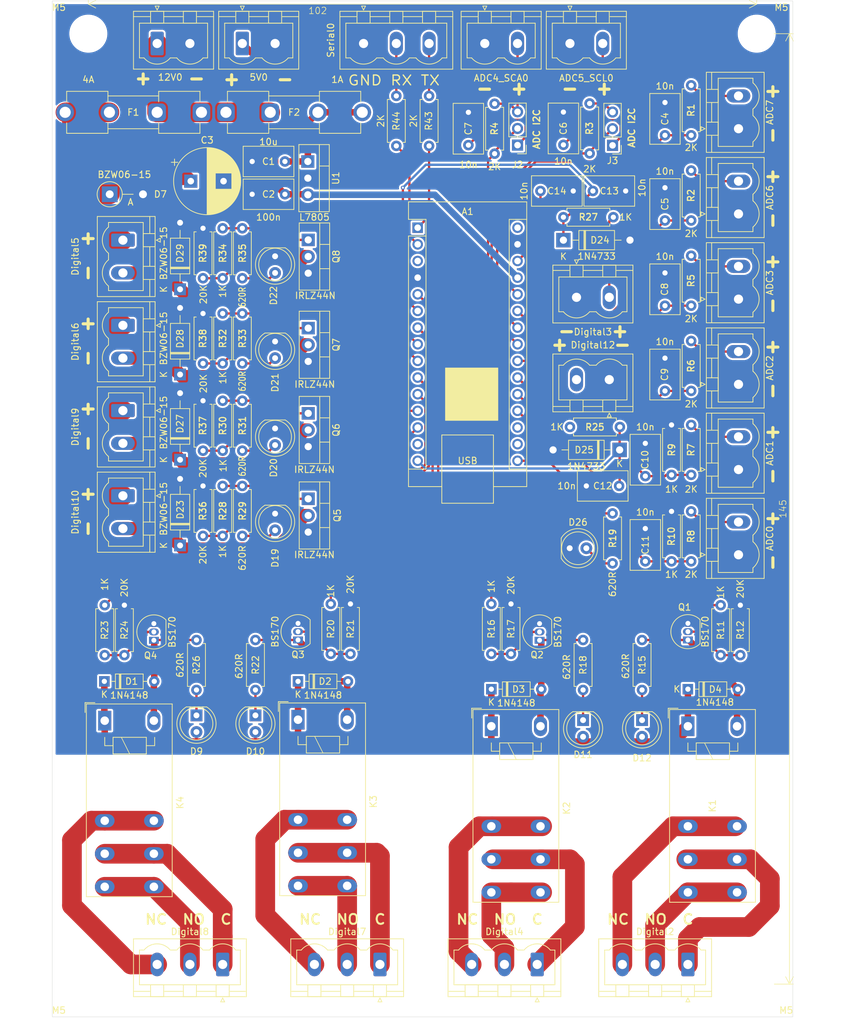
<source format=kicad_pcb>
(kicad_pcb
	(version 20241229)
	(generator "pcbnew")
	(generator_version "9.0")
	(general
		(thickness 1.6)
		(legacy_teardrops no)
	)
	(paper "A4")
	(layers
		(0 "F.Cu" signal)
		(2 "B.Cu" signal)
		(9 "F.Adhes" user "F.Adhesive")
		(11 "B.Adhes" user "B.Adhesive")
		(13 "F.Paste" user)
		(15 "B.Paste" user)
		(5 "F.SilkS" user "F.Silkscreen")
		(7 "B.SilkS" user "B.Silkscreen")
		(1 "F.Mask" user)
		(3 "B.Mask" user)
		(17 "Dwgs.User" user "User.Drawings")
		(19 "Cmts.User" user "User.Comments")
		(21 "Eco1.User" user "User.Eco1")
		(23 "Eco2.User" user "User.Eco2")
		(25 "Edge.Cuts" user)
		(27 "Margin" user)
		(31 "F.CrtYd" user "F.Courtyard")
		(29 "B.CrtYd" user "B.Courtyard")
		(35 "F.Fab" user)
		(33 "B.Fab" user)
		(39 "User.1" user)
		(41 "User.2" user)
		(43 "User.3" user)
		(45 "User.4" user)
	)
	(setup
		(stackup
			(layer "F.SilkS"
				(type "Top Silk Screen")
			)
			(layer "F.Paste"
				(type "Top Solder Paste")
			)
			(layer "F.Mask"
				(type "Top Solder Mask")
				(thickness 0.01)
			)
			(layer "F.Cu"
				(type "copper")
				(thickness 0.035)
			)
			(layer "dielectric 1"
				(type "core")
				(thickness 1.51)
				(material "FR4")
				(epsilon_r 4.5)
				(loss_tangent 0.02)
			)
			(layer "B.Cu"
				(type "copper")
				(thickness 0.035)
			)
			(layer "B.Mask"
				(type "Bottom Solder Mask")
				(thickness 0.01)
			)
			(layer "B.Paste"
				(type "Bottom Solder Paste")
			)
			(layer "B.SilkS"
				(type "Bottom Silk Screen")
			)
			(copper_finish "None")
			(dielectric_constraints no)
		)
		(pad_to_mask_clearance 0)
		(allow_soldermask_bridges_in_footprints no)
		(tenting front back)
		(pcbplotparams
			(layerselection 0x00000000_00000000_55555555_5755f5ff)
			(plot_on_all_layers_selection 0x00000000_00000000_00000000_00000000)
			(disableapertmacros no)
			(usegerberextensions no)
			(usegerberattributes yes)
			(usegerberadvancedattributes yes)
			(creategerberjobfile yes)
			(dashed_line_dash_ratio 12.000000)
			(dashed_line_gap_ratio 3.000000)
			(svgprecision 4)
			(plotframeref no)
			(mode 1)
			(useauxorigin no)
			(hpglpennumber 1)
			(hpglpenspeed 20)
			(hpglpendiameter 15.000000)
			(pdf_front_fp_property_popups yes)
			(pdf_back_fp_property_popups yes)
			(pdf_metadata yes)
			(pdf_single_document no)
			(dxfpolygonmode yes)
			(dxfimperialunits yes)
			(dxfusepcbnewfont yes)
			(psnegative no)
			(psa4output no)
			(plot_black_and_white yes)
			(plotinvisibletext no)
			(sketchpadsonfab no)
			(plotpadnumbers no)
			(hidednponfab no)
			(sketchdnponfab yes)
			(crossoutdnponfab yes)
			(subtractmaskfromsilk no)
			(outputformat 1)
			(mirror no)
			(drillshape 1)
			(scaleselection 1)
			(outputdirectory "")
		)
	)
	(net 0 "")
	(net 1 "GND")
	(net 2 "+5V")
	(net 3 "Net-(12V0-Pin_1)")
	(net 4 "Net-(A1-D9)")
	(net 5 "Net-(A1-D4)")
	(net 6 "Net-(A1-D6)")
	(net 7 "Net-(A1-D3)")
	(net 8 "Net-(A1-D5)")
	(net 9 "Net-(A1-D13)")
	(net 10 "Net-(A1-A5)")
	(net 11 "unconnected-(A1-3V3-Pad17)")
	(net 12 "Net-(A1-A7)")
	(net 13 "Net-(A1-D10)")
	(net 14 "unconnected-(A1-AREF-Pad18)")
	(net 15 "Net-(A1-D7)")
	(net 16 "Net-(A1-D2)")
	(net 17 "Net-(A1-D8)")
	(net 18 "Net-(A1-A3)")
	(net 19 "unconnected-(A1-~{RESET}-Pad3)")
	(net 20 "unconnected-(A1-VIN-Pad30)")
	(net 21 "Net-(A1-A1)")
	(net 22 "Net-(A1-D0{slash}RX)")
	(net 23 "Net-(A1-D1{slash}TX)")
	(net 24 "Net-(A1-A4)")
	(net 25 "Net-(A1-A0)")
	(net 26 "Net-(A1-A2)")
	(net 27 "Net-(A1-~{RESET}-Pad28)")
	(net 28 "Net-(A1-D12)")
	(net 29 "Net-(A1-A6)")
	(net 30 "Net-(ADC0-Pin_2)")
	(net 31 "Net-(ADC1-Pin_2)")
	(net 32 "Net-(ADC2-Pin_2)")
	(net 33 "Net-(ADC3-Pin_2)")
	(net 34 "Net-(ADC4_SCA0-Pin_2)")
	(net 35 "Net-(ADC5_SCL0-Pin_2)")
	(net 36 "Net-(ADC6-Pin_2)")
	(net 37 "Net-(ADC7-Pin_2)")
	(net 38 "Net-(U1-IN)")
	(net 39 "+12V")
	(net 40 "Net-(J3-Pin_1)")
	(net 41 "Net-(D1-A)")
	(net 42 "Net-(D2-A)")
	(net 43 "Net-(D3-A)")
	(net 44 "Net-(D4-A)")
	(net 45 "Net-(D9-K)")
	(net 46 "Net-(D10-K)")
	(net 47 "Net-(D11-K)")
	(net 48 "Net-(D12-K)")
	(net 49 "Net-(D19-A)")
	(net 50 "Net-(D20-A)")
	(net 51 "Net-(D21-A)")
	(net 52 "Net-(D22-A)")
	(net 53 "Net-(D23-K)")
	(net 54 "Net-(D26-A)")
	(net 55 "Net-(D27-K)")
	(net 56 "Net-(D28-K)")
	(net 57 "Net-(D29-K)")
	(net 58 "Net-(Digital2-Pin_1)")
	(net 59 "Net-(Digital2-Pin_2)")
	(net 60 "Net-(Digital2-Pin_3)")
	(net 61 "Net-(Digital3-Pin_2)")
	(net 62 "Net-(Digital4-Pin_1)")
	(net 63 "Net-(Digital4-Pin_2)")
	(net 64 "Net-(Digital4-Pin_3)")
	(net 65 "Net-(Digital7-Pin_2)")
	(net 66 "Net-(Digital7-Pin_1)")
	(net 67 "Net-(Digital7-Pin_3)")
	(net 68 "Net-(Digital8-Pin_3)")
	(net 69 "Net-(Digital8-Pin_2)")
	(net 70 "Net-(Digital8-Pin_1)")
	(net 71 "Net-(Digital12-Pin_2)")
	(net 72 "Net-(Q1-G)")
	(net 73 "Net-(Q2-G)")
	(net 74 "Net-(Q3-G)")
	(net 75 "Net-(Q4-G)")
	(net 76 "Net-(Q8-G)")
	(net 77 "Net-(Q5-G)")
	(net 78 "Net-(Q6-G)")
	(net 79 "Net-(Q7-G)")
	(net 80 "Net-(Serial0-Pin_3)")
	(net 81 "Net-(Serial0-Pin_2)")
	(net 82 "Net-(J2-Pin_1)")
	(net 83 "unconnected-(A1-D11-Pad14)")
	(footprint "Resistor_THT:R_Axial_DIN0207_L6.3mm_D2.5mm_P7.62mm_Horizontal" (layer "F.Cu") (at 71.5 32.5 -90))
	(footprint "Resistor_THT:R_Axial_DIN0207_L6.3mm_D2.5mm_P7.62mm_Horizontal" (layer "F.Cu") (at 48 52.69 -90))
	(footprint "Resistor_THT:R_Axial_DIN0207_L6.3mm_D2.5mm_P7.62mm_Horizontal" (layer "F.Cu") (at 42 86.62 90))
	(footprint "Resistor_THT:R_Axial_DIN0207_L6.3mm_D2.5mm_P7.62mm_Horizontal" (layer "F.Cu") (at 27 110.19 -90))
	(footprint "LED_THT:LED_D5.0mm" (layer "F.Cu") (at 41 127 -90))
	(footprint "Diode_THT:D_DO-41_SOD81_P10.16mm_Horizontal" (layer "F.Cu") (at 97 54.5))
	(footprint "Capacitor_THT:C_Disc_D7.5mm_W4.4mm_P5.00mm" (layer "F.Cu") (at 109.5 90.5 90))
	(footprint "Connector_Phoenix_MSTB:PhoenixContact_MSTBVA_2,5_2-G_1x02_P5.00mm_Vertical" (layer "F.Cu") (at 35 24.5))
	(footprint "Resistor_THT:R_Axial_DIN0207_L6.3mm_D2.5mm_P7.62mm_Horizontal" (layer "F.Cu") (at 42 99.62 90))
	(footprint "Resistor_THT:R_Axial_DIN0207_L6.3mm_D2.5mm_P7.62mm_Horizontal" (layer "F.Cu") (at 101 41.27 90))
	(footprint "LED_THT:LED_D5.0mm" (layer "F.Cu") (at 97.96 101.5))
	(footprint "Resistor_THT:R_Axial_DIN0207_L6.3mm_D2.5mm_P7.62mm_Horizontal" (layer "F.Cu") (at 61.5 110 -90))
	(footprint "Connector_Phoenix_MSTB:PhoenixContact_MSTBVA_2,5_2-G_1x02_P5.00mm_Vertical" (layer "F.Cu") (at 104 75.7775 180))
	(footprint "Capacitor_THT:C_Disc_D7.5mm_W4.4mm_P5.00mm" (layer "F.Cu") (at 98.5 47 180))
	(footprint "Diode_THT:D_DO-35_SOD27_P7.62mm_Horizontal" (layer "F.Cu") (at 116 123))
	(footprint "Resistor_THT:R_Axial_DIN0207_L6.3mm_D2.5mm_P7.62mm_Horizontal" (layer "F.Cu") (at 116.5 38.5 90))
	(footprint "Capacitor_THT:C_Disc_D7.5mm_W4.4mm_P5.00mm" (layer "F.Cu") (at 112.5 51.5 90))
	(footprint "Resistor_THT:R_Axial_DIN0207_L6.3mm_D2.5mm_P7.62mm_Horizontal" (layer "F.Cu") (at 30 117.81 90))
	(footprint "Diode_THT:D_DO-35_SOD27_P7.62mm_Horizontal" (layer "F.Cu") (at 26.94 121.81))
	(footprint "Module:Arduino_Nano" (layer "F.Cu") (at 74.76 52.6))
	(footprint "Resistor_THT:R_Axial_DIN0207_L6.3mm_D2.5mm_P7.62mm_Horizontal" (layer "F.Cu") (at 97 51))
	(footprint "Resistor_THT:R_Axial_DIN0207_L6.3mm_D2.5mm_P7.62mm_Horizontal" (layer "F.Cu") (at 100 115.5 -90))
	(footprint "Resistor_THT:R_Axial_DIN0207_L6.3mm_D2.5mm_P7.62mm_Horizontal" (layer "F.Cu") (at 64.5 117.62 90))
	(footprint "Resistor_THT:R_Axial_DIN0207_L6.3mm_D2.5mm_P7.62mm_Horizontal" (layer "F.Cu") (at 48 92 -90))
	(footprint "Package_TO_SOT_THT:TO-92_Inline" (layer "F.Cu") (at 93.36 115.54 90))
	(footprint "Capacitor_THT:CP_Radial_D10.0mm_P5.00mm" (layer "F.Cu") (at 40.132323 45.5))
	(footprint "Resistor_THT:R_Axial_DIN0207_L6.3mm_D2.5mm_P7.62mm_Horizontal"
		(layer "F.Cu")
		(uuid "336942d6-69e1-40af-ba37-bd64712d28f1")
		(at 116.5 64.5 90)
		(descr "Resistor, Axial_DIN0207 series, Axial, Horizontal, pin pitch=7.62mm, 0.25W = 1/4W, length*diameter=6.3*2.5mm^2, http://cdn-reichelt.de/documents/datenblatt/B400/1_4W%23YAG.pdf")
		(tags "Resistor Axial_DIN0207 series Axial Horizontal pin pitch 7.62mm 0.25W = 1/4W length 6.3mm diameter 2.5mm")
		(property "Reference" "R5"
			(at 3.814 -0.044 90)
			(layer "F.SilkS")
			(uuid "c1aac2bf-2d78-4af1-b0f1-e300baf1bc6d")
			(effects
				(font
					(size 1
... [928555 chars truncated]
</source>
